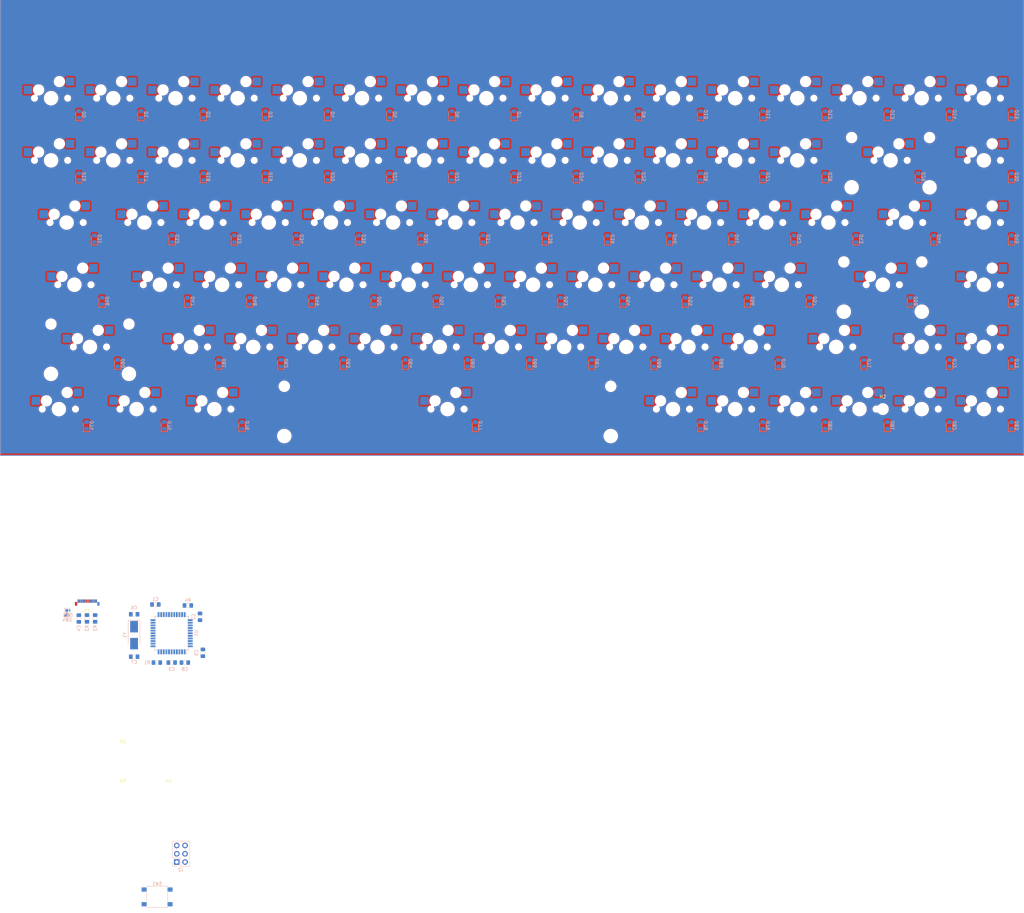
<source format=kicad_pcb>
(kicad_pcb (version 20241229) (generator "pcbnew") (generator_version "9.0")
  (layers (0 "F.Cu" mixed) (2 "B.Cu" jumper) (13 "F.Paste" user) (15 "B.Paste" user) (5 "F.SilkS" user "F.Silkscreen") (7 "B.SilkS" user "B.Silkscreen") (1 "F.Mask" user) (3 "B.Mask" user) (25 "Edge.Cuts" user))
  (net 0 "")
  (net 1 "GND")
  (net 2 "VCC")
  (net 3 "/Reset")
  (net 4 "/Row_0")
  (net 5 "/Row_1")
  (net 6 "/Row_2")
  (net 7 "/Row_3")
  (net 8 "/Row_4")
  (net 9 "/Row_5")
  (net 10 "/Row_6")
  (net 11 "/Col_0")
  (net 12 "/Col_1")
  (net 13 "/Col_2")
  (net 14 "/Col_3")
  (net 15 "/Col_4")
  (net 16 "/Col_5")
  (net 17 "/Col_6")
  (net 18 "/Col_7")
  (net 19 "/Col_8")
  (net 20 "/Col_9")
  (net 21 "/Col_10")
  (net 22 "/Col_11")
  (net 23 "/Col_12")
  (net 24 "/Col_13")
  (net 25 "/Col_14")
  (net 26 "/Col_15")
  (net 27 "/Col_16")
  (net 28 "/Col_17")
  (net 29 "Net-(D0-A)")
  (net 30 "Net-(D1-A)")
  (net 31 "Net-(D2-A)")
  (net 32 "Net-(D3-A)")
  (net 33 "Net-(D4-A)")
  (net 34 "Net-(D5-A)")
  (net 35 "Net-(D6-A)")
  (net 36 "Net-(D7-A)")
  (net 37 "Net-(D8-A)")
  (net 38 "Net-(D9-A)")
  (net 39 "Net-(D10-A)")
  (net 40 "Net-(D11-A)")
  (net 41 "Net-(D12-A)")
  (net 42 "Net-(D13-A)")
  (net 43 "Net-(D14-A)")
  (net 44 "Net-(D15-A)")
  (net 45 "Net-(D16-A)")
  (net 46 "Net-(D17-A)")
  (net 47 "Net-(D18-A)")
  (net 48 "Net-(D19-A)")
  (net 49 "Net-(D20-A)")
  (net 50 "Net-(D21-A)")
  (net 51 "Net-(D22-A)")
  (net 52 "Net-(D23-A)")
  (net 53 "Net-(D24-A)")
  (net 54 "Net-(D25-A)")
  (net 55 "Net-(D26-A)")
  (net 56 "Net-(D27-A)")
  (net 57 "Net-(D28-A)")
  (net 58 "Net-(D29-A)")
  (net 59 "Net-(D30-A)")
  (net 60 "Net-(D31-A)")
  (net 61 "Net-(D32-A)")
  (net 62 "Net-(D33-A)")
  (net 63 "Net-(D34-A)")
  (net 64 "Net-(D35-A)")
  (net 65 "Net-(D36-A)")
  (net 66 "Net-(D37-A)")
  (net 67 "Net-(D38-A)")
  (net 68 "Net-(D39-A)")
  (net 69 "Net-(D40-A)")
  (net 70 "Net-(D41-A)")
  (net 71 "Net-(D42-A)")
  (net 72 "Net-(D43-A)")
  (net 73 "Net-(D44-A)")
  (net 74 "Net-(D45-A)")
  (net 75 "Net-(D46-A)")
  (net 76 "Net-(D47-A)")
  (net 77 "Net-(D48-A)")
  (net 78 "Net-(D49-A)")
  (net 79 "Net-(D50-A)")
  (net 80 "Net-(D51-A)")
  (net 81 "Net-(D52-A)")
  (net 82 "Net-(D53-A)")
  (net 83 "Net-(D54-A)")
  (net 84 "Net-(D55-A)")
  (net 85 "Net-(D56-A)")
  (net 86 "Net-(D57-A)")
  (net 87 "Net-(D58-A)")
  (net 88 "Net-(D59-A)")
  (net 89 "Net-(D60-A)")
  (net 90 "Net-(D61-A)")
  (net 91 "Net-(D62-A)")
  (net 92 "Net-(D63-A)")
  (net 93 "Net-(D64-A)")
  (net 94 "Net-(D65-A)")
  (net 95 "Net-(D66-A)")
  (net 96 "Net-(D67-A)")
  (net 97 "Net-(D68-A)")
  (net 98 "Net-(D69-A)")
  (net 99 "Net-(D70-A)")
  (net 100 "Net-(D71-A)")
  (net 101 "Net-(D72-A)")
  (net 102 "Net-(D73-A)")
  (net 103 "Net-(D74-A)")
  (net 104 "Net-(D75-A)")
  (net 105 "Net-(D76-A)")
  (net 106 "Net-(D77-A)")
  (net 107 "Net-(D78-A)")
  (net 108 "Net-(D79-A)")
  (net 109 "Net-(D80-A)")
  (net 110 "Net-(D81-A)")
  (net 111 "Net-(D82-A)")
  (net 112 "Net-(D83-A)")
  (net 113 "Net-(P1-D-)")
  (net 114 "Net-(P1-D+)")
  (net 116 "Net-(U1-XTAL1)")
  (net 117 "Net-(U1-XTAL2)")
  (net 118 "Net-(U1-UCAP)")
  (net 119 "Net-(U1-D+)")
  (net 120 "Net-(U1-D-)")
  (net 121 "Net-(U1-~{HWB}{slash}PE2)")
  (net 123 "Net-(D84-K)")
  (footprint "MountingHole:MountingHole_3.2mm_M3_DIN965" (layer "F.Cu") (at 304.8 123.825)
    (property "Reference" "H2")
    (property "Value" "MountingHole")
  )
  (footprint "MountingHole:MountingHole_3.2mm_M3_DIN965" (layer "F.Cu") (at 71.96 241.5)
    (property "Reference" "H3")
    (property "Value" "MountingHole")
  )
  (footprint "MountingHole:MountingHole_3.2mm_M3_DIN965" (layer "F.Cu") (at 85.96 241.5)
    (property "Reference" "H4")
    (property "Value" "MountingHole")
  )
  (footprint "MountingHole:MountingHole_3.2mm_M3_DIN965" (layer "F.Cu") (at 71.96 229.5)
    (property "Reference" "H1")
    (property "Value" "MountingHole")
  )
  (footprint "Connector_USB:USB_C_Plug_Molex_105444" (layer "F.Cu") (at 61.08 182.595)
    (property "Reference" "P1")
    (property "Value" "USB_C_Plug_USB2.0")
  )
  (footprint "MX_Hotswap:MX-Hotswap-1U" (layer "B.Cu") (at 50 28.575 180)
    (property "Reference" "K0")
    (property "Value" "Esc")
  )
  (footprint "Capacitor_SMD:C_0805_2012Metric_Pad1.15x1.40mm_HandSolder" (layer "B.Cu") (at 81.95 183.675 180)
    (property "Reference" "C1")
    (property "Value" "0.1u")
  )
  (footprint "Capacitor_SMD:C_0805_2012Metric_Pad1.15x1.40mm_HandSolder" (layer "B.Cu") (at 95.625 187.45 -90)
    (property "Reference" "C2")
    (property "Value" "0.1u")
  )
  (footprint "Capacitor_SMD:C_0805_2012Metric_Pad1.15x1.40mm_HandSolder" (layer "B.Cu") (at 86.95 201.475 180)
    (property "Reference" "C3")
    (property "Value" "0.1u")
  )
  (footprint "Capacitor_SMD:C_0805_2012Metric_Pad1.15x1.40mm_HandSolder" (layer "B.Cu") (at 58.5 187.975 -90)
    (property "Reference" "C4")
    (property "Value" "0.1u")
  )
  (footprint "Capacitor_SMD:C_0805_2012Metric_Pad1.15x1.40mm_HandSolder" (layer "B.Cu") (at 96.5 198.475 90)
    (property "Reference" "C5")
    (property "Value" "4.7u")
  )
  (footprint "Capacitor_SMD:C_0805_2012Metric_Pad1.15x1.40mm_HandSolder" (layer "B.Cu") (at 75.45 186.675)
    (property "Reference" "C6")
    (property "Value" "22p")
  )
  (footprint "Capacitor_SMD:C_0805_2012Metric_Pad1.15x1.40mm_HandSolder" (layer "B.Cu") (at 75.45 199.675)
    (property "Reference" "C7")
    (property "Value" "22p")
  )
  (footprint "Capacitor_SMD:C_0805_2012Metric_Pad1.15x1.40mm_HandSolder" (layer "B.Cu") (at 90.975 201.475)
    (property "Reference" "C8")
    (property "Value" "1u")
  )
  (footprint "Resistor_SMD:R_0805_2012Metric_Pad1.15x1.40mm_HandSolder" (layer "B.Cu") (at 82.4 201.475)
    (property "Reference" "R1")
    (property "Value" "10k")
  )
  (footprint "Resistor_SMD:R_0805_2012Metric_Pad1.15x1.40mm_HandSolder" (layer "B.Cu") (at 63.5 187.95 90)
    (property "Reference" "R2")
    (property "Value" "22R")
  )
  (footprint "Resistor_SMD:R_0805_2012Metric_Pad1.15x1.40mm_HandSolder" (layer "B.Cu") (at 61 187.95 90)
    (property "Reference" "R3")
    (property "Value" "22R")
  )
  (footprint "Resistor_SMD:R_0805_2012Metric_Pad1.15x1.40mm_HandSolder" (layer "B.Cu") (at 91.9 183.975 180)
    (property "Reference" "R4")
    (property "Value" "10k")
  )
  (footprint "Button_Switch_SMD:SW_Push_1P1T_NO_6x6mm_H9.5mm" (layer "B.Cu") (at 82.475 273.25 180)
    (property "Reference" "SW1")
    (property "Value" "Reset_SW")
  )
  (footprint "Crystal:Crystal_SMD_5032-2Pin_5.0x3.2mm_HandSoldering" (layer "B.Cu") (at 75.425 193.075 -90)
    (property "Reference" "Y1")
    (property "Value" "Crystal")
  )
  (footprint "Package_QFP:TQFP-44_10x10mm_P0.8mm" (layer "B.Cu") (at 86.925 192.475 90)
    (property "Reference" "U1")
    (property "Value" "ATmega32U4-AU")
  )
  (footprint "Connector_PinHeader_2.54mm:PinHeader_2x03_P2.54mm_Vertical" (layer "B.Cu") (at 88.5 262.58)
    (property "Reference" "J2")
    (property "Value" "Conn_02x03_Odd_Even")
  )
  (footprint "MX_Hotswap:MX-Hotswap-1U" (layer "B.Cu") (at 278.6 123.825 180)
    (property "Reference" "K80")
    (property "Value" "Ctrl")
  )
  (footprint "Diode_SMD:D_0805_2012Metric_Pad1.15x1.40mm_HandSolder" (layer "B.Cu") (at 282.3375 90.725 90)
    (property "Reference" "D57")
    (property "Value" "D")
  )
  (footprint "Diode_SMD:D_0805_2012Metric_Pad1.15x1.40mm_HandSolder" (layer "B.Cu") (at 344.25 33.575 90)
    (property "Reference" "D15")
    (property "Value" "D")
  )
  (footprint "MX_Hotswap:MX-Hotswap-1U" (layer "B.Cu") (at 135.725 66.675 180)
    (property "Reference" "K35")
    (property "Value" "R")
  )
  (footprint "Diode_SMD:D_0805_2012Metric_Pad1.15x1.40mm_HandSolder" (layer "B.Cu") (at 344.25 109.775 90)
    (property "Reference" "D73")
    (property "Value" "D")
  )
  (footprint "MX_Hotswap:MX-Hotswap-1U" (layer "B.Cu") (at 278.6 47.625 180)
    (property "Reference" "K28")
    (property "Value" "+,=")
  )
  (footprint "MX_Hotswap:MX-Hotswap-1U" (layer "B.Cu") (at 240.5 123.825 180)
    (property "Reference" "K78")
    (property "Value" "Alt")
  )
  (footprint "MX_Hotswap:MX-Hotswap-1U" (layer "B.Cu") (at 240.5 28.575 180)
    (property "Reference" "K10")
    (property "Value" "F10")
  )
  (footprint "Diode_SMD:D_0805_2012Metric_Pad1.15x1.40mm_HandSolder" (layer "B.Cu") (at 253.7625 109.775 90)
    (property "Reference" "D69")
    (property "Value" "D")
  )
  (footprint "Diode_SMD:D_0805_2012Metric_Pad1.15x1.40mm_HandSolder" (layer "B.Cu") (at 129.9375 90.725 90)
    (property "Reference" "D49")
    (property "Value" "D")
  )
  (footprint "Diode_SMD:D_0805_2012Metric_Pad1.15x1.40mm_HandSolder" (layer "B.Cu") (at 344.25 90.725 90)
    (property "Reference" "D59")
    (property "Value" "D")
  )
  (footprint "MX_Hotswap:MX-Hotswap-1U" (layer "B.Cu") (at 278.6 28.575 180)
    (property "Reference" "K12")
    (property "Value" "F12")
  )
  (footprint "MX_Hotswap:MX-Hotswap-1U" (layer "B.Cu") (at 207.1625 104.775 180)
    (property "Reference" "K67")
    (property "Value" "M")
  )
  (footprint "MX_Hotswap:MX-Hotswap-1U" (layer "B.Cu") (at 254.7875 85.725 180)
    (property "Reference" "K56")
    (property "Value" ":,;")
  )
  (footprint "Diode_SMD:D_0805_2012Metric_Pad1.15x1.40mm_HandSolder" (layer "B.Cu") (at 187.0875 90.725 90)
    (property "Reference" "D52")
    (property "Value" "D")
  )
  (footprint "Diode_SMD:D_0805_2012Metric_Pad1.15x1.40mm_HandSolder" (layer "B.Cu") (at 320.4375 71.675 90)
    (property "Reference" "D44")
    (property "Value" "D")
  )
  (footprint "MX_Hotswap:MX-Hotswap-1U" (layer "B.Cu") (at 216.6875 85.725 180)
    (property "Reference" "K54")
    (property "Value" "K")
  )
  (footprint "MX_Hotswap:MX-Hotswap-1U" (layer "B.Cu") (at 188.1125 104.775 180)
    (property "Reference" "K66")
    (property "Value" "N")
  )
  (footprint "Diode_SMD:D_0805_2012Metric_Pad1.15x1.40mm_HandSolder" (layer "B.Cu") (at 210.9 33.575 90)
    (property "Reference" "D8")
    (property "Value" "D")
  )
  (footprint "MX_Hotswap:MX-Hotswap-1U" (layer "B.Cu") (at 192.875 66.675 180)
    (property "Reference" "K38")
    (property "Value" "U")
  )
  (footprint "MX_Hotswap:MX-Hotswap-1U" (layer "B.Cu") (at 202.4 28.575 180)
    (property "Reference" "K8")
    (property "Value" "F8")
  )
  (footprint "Diode_SMD:D_0805_2012Metric_Pad1.15x1.40mm_HandSolder" (layer "B.Cu") (at 268.05 128.824999 90)
    (property "Reference" "D79")
    (property "Value" "D")
  )
  (footprint "Diode_SMD:D_0805_2012Metric_Pad1.15x1.40mm_HandSolder" (layer "B.Cu") (at 87.075 71.675 90)
    (property "Reference" "D32")
    (property "Value" "D")
  )
  (footprint "MX_Hotswap:MX-Hotswap-1U" (layer "B.Cu") (at 183.35 28.575 180)
    (property "Reference" "K7")
    (property "Value" "F7")
  )
  (footprint "Diode_SMD:D_0805_2012Metric_Pad1.15x1.40mm_HandSolder" (layer "B.Cu") (at 134.7 33.575 90)
    (property "Reference" "D4")
    (property "Value" "D")
  )
  (footprint "MX_Hotswap:MX-Hotswap-1U" (layer "B.Cu") (at 145.25 47.625 180)
    (property "Reference" "K21")
    (property "Value" "%,5")
  )
  (footprint "Diode_SMD:D_0805_2012Metric_Pad1.15x1.40mm_HandSolder" (layer "B.Cu") (at 306.15 33.575 90)
    (property "Reference" "D13")
    (property "Value" "D")
  )
  (footprint "MX_Hotswap:MX-Hotswap-1U" (layer "B.Cu") (at 116.675 66.675 180)
    (property "Reference" "K34")
    (property "Value" "E")
  )
  (footprint "Diode_SMD:D_0805_2012Metric_Pad1.15x1.40mm_HandSolder" (layer "B.Cu") (at 287.1 128.824999 90)
    (property "Reference" "D80")
    (property "Value" "D")
  )
  (footprint "MX_Hotswap:MX-Hotswap-1U" (layer "B.Cu") (at 183.35 47.625 180)
    (property "Reference" "K23")
    (property "Value" "&,7")
  )
  (footprint "Diode_SMD:D_0805_2012Metric_Pad1.15x1.40mm_HandSolder" (layer "B.Cu") (at 120.4125 109.775 90)
    (property "Reference" "D62")
    (property "Value" "D")
  )
  (footprint "MX_Hotswap:MX-Hotswap-1U" (layer "B.Cu") (at 69.05 28.575 180)
    (property "Reference" "K1")
    (property "Value" "F1")
  )
  (footprint "Diode_SMD:D_0805_2012Metric_Pad1.15x1.40mm_HandSolder" (layer "B.Cu") (at 220.425 71.675 90)
    (property "Reference" "D39")
    (property "Value" "D")
  )
  (footprint "MX_Hotswap:MX-Hotswap-1U" (layer "B.Cu") (at 50 47.625 180)
    (property "Reference" "K16")
    (property "Value" "~~,`")
  )
  (footprint "MX_Hotswap:MX-Hotswap-1U" (layer "B.Cu") (at 169.0625 104.775 180)
    (property "Reference" "K65")
    (property "Value" "B")
  )
  (footprint "MX_Hotswap:MX-Hotswap-1U" (layer "B.Cu") (at 130.9625 104.775 180)
    (property "Reference" "K63")
    (property "Value" "C")
  )
  (footprint "MX_Hotswap:MX-Hotswap-1U" (layer "B.Cu") (at 145.25 28.575 180)
    (property "Reference" "K5")
    (property "Value" "F5")
  )
  (footprint "MX_Hotswap:MX-Hotswap-1U" (layer "B.Cu") (at 288.125 66.675 180)
    (property "Reference" "K43")
    (property "Value" "},]")
  )
  (footprint "MX_Hotswap:MX-Hotswap-1U" (layer "B.Cu") (at 297.65 28.575 180)
    (property "Reference" "K13")
    (property "Value" "PrtSc,NmLk")
  )
  (footprint "MX_Hotswap:MX-Hotswap-1U" (layer "B.Cu") (at 273.8375 85.725 180)
    (property "Reference" "K57")
    (property "Value" "\",'")
  )
  (footprint "MX_Hotswap:MX-Hotswap-1U" (layer "B.Cu") (at 78.575 66.675 180)
    (property "Reference" "K32")
    (property "Value" "Q")
  )
  (footprint "Diode_SMD:D_0805_2012Metric_Pad1.15x1.40mm_HandSolder" (layer "B.Cu") (at 268.05 52.625 90)
    (property "Reference" "D27")
    (property "Value" "D")
  )
  (footprint "Diode_SMD:D_0805_2012Metric_Pad1.15x1.40mm_HandSolder" (layer "B.Cu") (at 101.3625 109.775 90)
    (property "Reference" "D61")
    (property "Value" "D")
  )
  (footprint "MX_Hotswap:MX-Hotswap-1U" (layer "B.Cu") (at 178.5875 85.725 180)
    (property "Reference" "K52")
    (property "Value" "H")
  )
  (footprint "Diode_SMD:D_0805_2012Metric_Pad1.15x1.40mm_HandSolder" (layer "B.Cu") (at 115.65 52.625 90)
    (property "Reference" "D19")
    (property "Value" "D")
  )
  (footprint "MX_Hotswap:MX-Hotswap-1U" (layer "B.Cu") (at 164.3 47.625 180)
    (property "Reference" "K22")
    (property "Value" "^,6")
  )
  (footprint "Diode_SMD:D_0805_2012Metric_Pad1.15x1.40mm_HandSolder" (layer "B.Cu") (at 172.8 52.625 90)
    (property "Reference" "D22")
    (property "Value" "D")
  )
  (footprint "MX_Hotswap:MX-Hotswap-1U" (layer "B.Cu") (at 211.925 66.675 180)
    (property "Reference" "K39")
    (property "Value" "I")
  )
  (footprint "Diode_SMD:D_0805_2012Metric_Pad1.15x1.40mm_HandSolder" (layer "B.Cu") (at 313.2938 90.725 90)
    (property "Reference" "D58")
    (property "Value" "D")
  )
  (footprint "Diode_SMD:D_0805_2012Metric_Pad1.15x1.40mm_HandSolder" (layer "B.Cu") (at 344.25 71.675 90)
    (property "Reference" "D45")
    (property "Value" "D")
  )
  (footprint "Diode_SMD:D_0805_2012Metric_Pad1.15x1.40mm_HandSolder" (layer "B.Cu") (at 244.2375 90.725 90)
    (property "Reference" "D55")
    (property "Value" "D")
  )
  (footprint "MX_Hotswap:MX-Hotswap-1U" (layer "B.Cu") (at 245.2625 104.775 180)
    (property "Reference" "K69")
    (property "Value" ">,.")
  )
  (footprint "MX_Hotswap:MX-Hotswap-1.5U" (layer "B.Cu") (at 311.9375 66.675 180)
    (property "Reference" "K44")
    (property "Value" "|,\\")
  )
  (footprint "Diode_SMD:D_0805_2012Metric_Pad1.15x1.40mm_HandSolder" (layer "B.Cu") (at 263.2875 90.725 90)
    (property "Reference" "D56")
    (property "Value" "D")
  )
  (footprint "Diode_SMD:D_0805_2012Metric_Pad1.15x1.40mm_HandSolder" (layer "B.Cu") (at 153.75 33.575 90)
    (property "Reference" "D5")
    (property "Value" "D")
  )
  (footprint "MX_Hotswap:MX-Hotswap-1.25U" (layer "B.Cu") (at 76.1937 123.825 180)
    (property "Reference" "K75")
    (property "Value" "Win")
  )
  (footprint "MX_Hotswap:MX-Hotswap-1U" (layer "B.Cu") (at 316.7 104.775 180)
    (property "Reference" "K72")
    (property "Value" "↑")
  )
  (footprint "Diode_SMD:D_0805_2012Metric_Pad1.15x1.40mm_HandSolder" (layer "B.Cu") (at 268.05 33.575 90)
    (property "Reference" "D11")
    (property "Value" "D")
  )
  (footprint "Diode_SMD:D_0805_2012Metric_Pad1.15x1.40mm_HandSolder" (layer "B.Cu") (at 234.7125 109.775 90)
    (property "Reference" "D68")
    (property "Value" "D")
  )
  (footprint "Diode_SMD:Nexperia_DSN1608-2_1.6x0.8mm" (layer "B.Cu") (at 55.13 185.475)
    (property "Reference" "D85")
    (property "Value" "PTVS5V0Z1USK")
  )
  (footprint "MX_Hotswap:MX-Hotswap-1U" (layer "B.Cu") (at 316.7 28.575 180)
    (property "Reference" "K14")
    (property "Value" "Pause,ScrLk")
  )
  (footprint "Diode_SMD:D_0805_2012Metric_Pad1.15x1.40mm_HandSolder" (layer "B.Cu") (at 215.6625 109.775 90)
    (property "Reference" "D67")
    (property "Value" "D")
  )
  (footprint "Diode_SMD:D_0805_2012Metric_Pad1.15x1.40mm_HandSolder" (layer "B.Cu") (at 258.524999 71.675 90)
    (property "Reference" "D41")
    (property "Value" "D")
  )
  (footprint "MX_Hotswap:MX-Hotswap-1U" (layer "B.Cu") (at 259.55 47.625 180)
    (property "Reference" "K27")
    (property "Value" "_,-")
  )
  (footprint "Diode_SMD:D_0805_2012Metric_Pad1.15x1.40mm_HandSolder" (layer "B.Cu") (at 179.9438 128.824999 90)
    (property "Reference" "D77")
    (property "Value" "D")
  )
  (footprint "Diode_SMD:D_0805_2012Metric_Pad1.15x1.40mm_HandSolder" (layer "B.Cu") (at 249 33.575 90)
    (property "Reference" "D10")
    (property "Value" "D")
  )
  (footprint "Diode_SMD:D_0805_2012Metric_Pad1.15x1.40mm_HandSolder" (layer "B.Cu") (at 315.674999 52.625 90)
    (property "Reference" "D29")
    (property "Value" "D")
  )
  (footprint "MX_Hotswap:MX-Hotswap-1U" (layer "B.Cu") (at 235.7375 85.725 180)
    (property "Reference" "K55")
    (property "Value" "L")
  )
  (footprint "MX_Hotswap:MX-Hotswap-1U" (layer "B.Cu") (at 102.3875 85.725 180)
    (property "Reference" "K48")
    (property "Value" "S")
  )
  (footprint "MX_Hotswap:MX-Hotswap-1U" (layer "B.Cu") (at 259.55 28.575 180)
    (property "Reference" "K11")
    (property "Value" "F11")
  )
  (footprint "MX_Hotswap:MX-Hotswap-1U" (layer "B.Cu") (at 230.975 66.675 180)
    (property "Reference" "K40")
    (property "Value" "O")
  )
  (footprint "Diode_SMD:D_0805_2012Metric_Pad1.15x1.40mm_HandSolder" (layer "B.Cu") (at 277.575 71.675 90)
    (property "Reference" "D42")
    (property "Value" "D")
  )
  (footprint "Diode_SMD:D_0805_2012Metric_Pad1.15x1.40mm_HandSolder" (layer "B.Cu") (at 96.6 33.575 90)
    (property "Reference" "D2")
    (property "Value" "D")
  )
  (footprint "MX_Hotswap:MX-Hotswap-1U" (layer "B.Cu") (at 335.75 28.575 180)
    (property "Reference" "K15")
    (property "Value" "Delete,Insert")
  )
  (footprint "MX_Hotswap:MX-Hotswap-1.25U" (layer "B.Cu") (at 52.3812 123.825 180)
    (property "Reference" "K74")
    (property "Value" "Ctrl")
  )
  (footprint "Diode_SMD:D_0805_2012Metric_Pad1.15x1.40mm_HandSolder" (layer "B.Cu") (at 325.2 109.775 90)
    (property "Reference" "D72")
    (property "Value" "D")
  )
  (footprint "MX_Hotswap:MX-Hotswap-1U" (layer "B.Cu") (at 335.75 66.675 180)
    (property "Reference" "K45")
    (property "Value" "Page Up")
  )
  (footprint "Diode_SMD:D_0805_2012Metric_Pad1.15x1.40mm_HandSolder" (layer "B.Cu") (at 63.2625 71.675 90)
    (property "Reference" "D31")
    (property "Value" "D")
  )
  (footprint "Diode_SMD:D_0805_2012Metric_Pad1.15x1.40mm_HandSolder" (layer "B.Cu") (at 249 128.824999 90)
    (property "Reference" "D78")
    (property "Value" "D")
  )
  (footprint "MX_Hotswap:MX-Hotswap-1U" (layer "B.Cu") (at 173.825 66.675 180)
    (property "Reference" "K37")
    (property "Value" "Y")
  )
  (footprint "MX_Hotswap:MX-Hotswap-6.25U" (layer "B.Cu") (at 171.4438 123.825 180)
    (property "Reference" "K77")
    (property "Value" "Space")
  )
  (footprint "Diode_SMD:D_0805_2012Metric_Pad1.15x1.40mm_HandSolder" (layer "B.Cu") (at 206.1375 90.725 90)
    (property "Reference" "D53")
    (property "Value" "D")
  )
  (footprint "Diode_SMD:D_0805_2012Metric_Pad1.15x1.40mm_HandSolder" (layer "B.Cu") (at 77.55 33.575 90)
    (property "Reference" "D1")
    (property "Value" "D")
  )
  (footprint "Diode_SMD:D_0805_2012Metric_Pad1.15x1.40mm_HandSolder" (layer "B.Cu") (at 306.15 128.824999 90)
    (property "Reference" "D81")
    (property "Value" "D")
  )
  (footprint "Diode_SMD:D_0805_2012Metric_Pad1.15x1.40mm_HandSolder" (layer "B.Cu") (at 115.65 33.575 90)
    (property "Reference" "D3")
    (property "Value" "D")
  )
  (footprint "MX_Hotswap:MX-Hotswap-1U" (layer "B.Cu") (at 240.5 47.625 180)
    (property "Reference" "K26")
    (property "Value" "),0")
  )
  (footprint "MX_Hotswap:MX-Hotswap-1U" (layer "B.Cu") (at 335.75 104.775 180)
    (property "Reference" "K73")
    (property "Value" "End")
  )
  (footprint "Diode_SMD:D_0805_2012Metric_Pad1.15x1.40mm_HandSolder" (layer "B.Cu") (at 191.85 52.625 90)
    (property "Reference" "D23")
    (property "Value" "D")
  )
  (footprint "MX_Hotswap:MX-Hotswap-1U" (layer "B.Cu") (at 259.55 123.825 180)
    (property "Reference" "K79")
    (property "Value" "Fn")
  )
  (footprint "MX_Hotswap:MX-Hotswap-1U" (layer "B.Cu") (at 226.2125 104.775 180)
    (property "Reference" "K68")
    (property "Value" "<,,")
  )
  (footprint "Diode_SMD:D_0805_2012Metric_Pad1.15x1.40mm_HandSolder" (layer "B.Cu") (at 91.8375 90.725 90)
    (property "Reference" "D47")
    (property "Value" "D")
  )
  (footprint "Diode_SMD:D_0805_2012Metric_Pad1.15x1.40mm_HandSolder" (layer "B.Cu") (at 70.4063 109.775 90)
    (property "Reference" "D60")
    (property "Value" "D")
  )
  (footprint "Diode_SMD:D_0805_2012Metric_Pad1.15x1.40mm_HandSolder" (layer "B.Cu") (at 139.4625 109.775 90)
    (property "Reference" "D63")
    (property "Value" "D")
  )
  (footprint "MX_Hotswap:MX-Hotswap-1U" (layer "B.Cu") (at 88.1 28.575 180)
    (property "Reference" "K2")
    (property "Value" "F2")
  )
  (footprint "MX_Hotswap:MX-Hotswap-1.25U" (layer "B.Cu") (at 100.0062 123.825 180)
    (property "Reference" "K76")
    (property "Value" "Alt")
  )
  (footprint "Diode_SMD:D_0805_2012Metric_Pad1.15x1.40mm_HandSolder" (layer "B.Cu") (at 272.8125 109.775 90)
    (property "Reference" "D70")
    (property "Value" "D")
  )
  (footprint "MX_Hotswap:MX-Hotswap-2.25U" (layer "B.Cu") (at 61.9063 104.775 180)
    (property "Reference" "K60")
    (property "Value" "Shift")
  )
  (footprint "Diode_SMD:D_0805_2012Metric_Pad1.15x1.40mm_HandSolder" (layer "B.Cu") (at 77.55 52.625 90)
    (property "Reference" "D17")
    (property "Value" "D")
  )
  (footprint "Diode_SMD:D_0805_2012Metric_Pad1.15x1.40mm_HandSolder" (layer "B.Cu") (at 225.1875 90.725 90)
    (property "Reference" "D54")
    (property "Value" "D")
  )
  (footprint "Diode_SMD:D_0805_2012Metric_Pad1.15x1.40mm_HandSolder" (layer "B.Cu") (at 296.625 71.675 90)
    (property "Reference" "D43")
    (property "Value" "D")
  )
  (footprint "Diode_SMD:D_0805_2012Metric_Pad1.15x1.40mm_HandSolder" (layer "B.Cu") (at 58.5 52.625 90)
    (property "Reference" "D16")
    (property "Value" "D")
  )
  (footprint "MX_Hotswap:MX-Hotswap-1U" (layer "B.Cu") (at 150.0125 104.775 180)
    (property "Reference" "K64")
    (property "Value" "V")
  )
  (footprint "Diode_SMD:D_0805_2012Metric_Pad1.15x1.40mm_HandSolder" (layer "B.Cu") (at 125.175 71.675 90)
    (property "Reference" "D34")
    (property "Value" "D")
  )
  (footprint "MX_Hotswap:MX-Hotswap-1U" (layer "B.Cu") (at 140.4875 85.725 180)
    (property "Reference" "K50")
    (property "Value" "F")
  )
  (footprint "Diode_SMD:D_0805_2012Metric_Pad1.15x1.40mm_HandSolder" (layer "B.Cu") (at 153.75 52.625 90)
    (property "Reference" "D21")
    (property "Value" "D")
  )
  (footprint "MX_Hotswap:MX-Hotswap-1U" (layer "B.Cu") (at 164.3 28.575 180)
    (property "Reference" "K6")
    (property "Value" "F6")
  )
  (footprint "MX_Hotswap:MX-Hotswap-1U" (layer "B.Cu") (at 202.4 47.625 180)
    (property "Reference" "K24")
    (property "Value" "*,8")
  )
  (footprint "Diode_SMD:D_0805_2012Metric_Pad1.15x1.40mm_HandSolder" (layer "B.Cu") (at 148.9875 90.725 90)
    (property "Reference" "D50")
    (property "Value" "D")
  )
  (footprint "Diode_SMD:D_0805_2012Metric_Pad1.15x1.40mm_HandSolder" (layer "B.Cu") (at 344.25 52.625 90)
    (property "Reference" "D30")
    (property "Value" "D")
  )
  (footprint "MX_Hotswap:MX-Hotswap-1U" (layer "B.Cu") (at 335.75 47.625 180)
    (property "Reference" "K30")
    (property "Value" "Home")
  )
  (footprint "MX_Hotswap:MX-Hotswap-1U" (layer "B.Cu") (at 83.3375 85.725 180)
    (property "Reference" "K47")
    (property "Value" "A")
  )
  (footprint "Diode_SMD:D_0805_2012Metric_Pad1.15x1.40mm_HandSolder" (layer "B.Cu") (at 163.275 71.675 90)
    (property "Reference" "D36")
    (property "Value" "D")
  )
  (footprint "MX_Hotswap:MX-Hotswap-1U" (layer "B.Cu") (at 154.775 66.675 180)
    (property "Reference" "K36")
    (property "Value" "T")
  )
  (footprint "Diode_SMD:D_0805_2012Metric_Pad1.15x1.40mm_HandSolder" (layer "B.Cu") (at 108.5062 128.824999 90)
    (property "Reference" "D76")
    (property "Value" "D")
  )
  (footprint "MX_Hotswap:MX-Hotswap-1U" (layer "B.Cu") (at 121.4375 85.725 180)
    (property "Reference" "K49")
    (property "Value" "D")
  )
  (footprint "Diode_SMD:D_0805_2012Metric_Pad1.15x1.40mm_HandSolder" (layer "B.Cu") (at 84.6937 128.824999 90)
    (property "Reference" "D75")
    (property "Value" "D")
  )
  (footprint "Diode_SMD:D_0805_2012Metric_Pad1.15x1.40mm_HandSolder" (layer "B.Cu") (at 182.325 71.675 90)
    (property "Reference" "D37")
    (property "Value" "D")
  )
  (footprint "Diode_SMD:D_0805_2012Metric_Pad1.15x1.40mm_HandSolder" (layer "B.Cu") (at 58.5 33.575 90)
    (property "Reference" "D0")
    (property "Value" "D")
  )
  (footprint "MX_Hotswap:MX-Hotswap-1U" (layer "B.Cu") (at 111.9125 104.775 180)
    (property "Reference" "K62")
    (property "Value" "X")
  )
  (footprint "MX_Hotswap:MX-Hotswap-1U" (layer "B.Cu") (at 107.15 28.575 180)
    (property "Reference" "K3")
    (property "Value" "F3")
  )
  (footprint "Diode_SMD:D_0805_2012Metric_Pad1.15x1.40mm_HandSolder" (layer "B.Cu") (at 96.6 52.625 90)
    (property "Reference" "D18")
    (property "Value" "D")
  )
  (footprint "Diode_SMD:D_0805_2012Metric_Pad1.15x1.40mm_HandSolder" (layer "B.Cu") (at 144.225 71.675 90)
    (property "Reference" "D35")
    (property "Value" "D")
  )
  (footprint "MX_Hotswap:MX-Hotswap-1U" (layer "B.Cu") (at 97.625 66.675 180)
    (property "Reference" "K33")
    (property "Value" "W")
  )
  (footprint "MX_Hotswap:MX-Hotswap-1U" (layer "B.Cu") (at 250.025 66.675 180)
    (property "Reference" "K41")
    (property "Value" "P")
  )
  (footprint "MX_Hotswap:MX-Hotswap-1U" (layer "B.Cu") (at 126.2 28.575 180)
    (property "Reference" "K4")
    (property "Value" "F4")
  )
  (footprint "Diode_SMD:D_0805_2012Metric_Pad1.15x1.40mm_HandSolder" (layer "B.Cu") (at 299.0062 109.775 90)
    (property "Reference" "D71")
    (property "Value" "D")
  )
  (footprint "Diode_SMD:D_0805_2012Metric_Pad1.15x1.40mm_HandSolder" (layer "B.Cu") (at 60.8812 128.824999 90)
    (property "Reference" "D74")
    (property "Value" "D")
  )
  (footprint "MX_Hotswap:MX-Hotswap-1U" (layer "B.Cu") (at 264.3125 104.775 180)
    (property "Reference" "K70")
    (property "Value" "?,/")
  )
  (footprint "MX_Hotswap:MX-Hotswap-1U" (layer "B.Cu") (at 221.45 28.575 180)
    (property "Reference" "K9")
    (property "Value" "F9")
  )
  (footprint "Diode_SMD:D_0805_2012Metric_Pad1.15x1.40mm_HandSolder" (layer "B.Cu") (at 344.25 128.824999 90)
    (property "Reference" "D83")
    (property "Value" "D")
  )
  (footprint "MX_Hotswap:MX-Hotswap-1.75U" (layer "B.Cu") (at 290.5062 104.775 180)
    (property "Reference" "K71")
    (property "Value" "Shift")
  )
  (footprint "Diode_SMD:D_0805_2012Metric_Pad1.15x1.40mm_HandSolder" (layer "B.Cu") (at 134.7 52.625 90)
    (property "Reference" "D20")
    (property "Value" "D")
  )
  (footprint "Diode_SMD:D_0805_2012Metric_Pad1.15x1.40mm_HandSolder" (layer "B.Cu") (at 325.2 128.824999 90)
    (property "Reference" "D82")
    (property "Value" "D")
  )
  (footprint "Diode_SMD:D_0805_2012Metric_Pad1.15x1.40mm_HandSolder" (layer "B.Cu") (at 106.125 71.675 90)
    (property "Reference" "D33")
    (property "Value" "D")
  )
  (footprint "Diode_SMD:D_0805_2012Metric_Pad1.15x1.40mm_HandSolder" (layer "B.Cu") (at 65.643699 90.725 90)
    (property "Reference" "D46")
    (property "Value" "D")
  )
  (footprint "MX_Hotswap:MX-Hotswap-1.75U" (layer "B.Cu") (at 57.1437 85.725 180)
    (property "Reference" "K46")
    (property "Value" "Caps Lock")
  )
  (footprint "MX_Hotswap:MX-Hotswap-2.25U" (layer "B.Cu") (at 304.7938 85.725 180)
    (property "Reference" "K58")
    (property "Value" "Enter")
  )
  (footprint "Diode_SMD:D_0805_2012Metric_Pad1.15x1.40mm_HandSolder" (layer "B.Cu") (at 239.475 71.675 90)
    (property "Reference" "D40")
    (property "Value" "D")
  )
  (footprint "Diode_SMD:D_0805_2012Metric_Pad1.15x1.40mm_HandSolder" (layer "B.Cu") (at 249 52.625 90)
    (property "Reference" "D26")
    (property "Value" "D")
  )
  (footprint "Diode_SMD:D_0805_2012Metric_Pad1.15x1.40mm_HandSolder" (layer "B.Cu") (at 201.375 71.675 90)
    (property "Reference" "D38")
    (property "Value" "D")
  )
  (footprint "Diode_SMD:D_0805_2012Metric_Pad1.15x1.40mm_HandSolder" (layer "B.Cu") (at 196.6125 109.775 90)
    (property "Reference" "D66")
    (property "Value" "D")
  )
  (footprint "MX_Hotswap:MX-Hotswap-1U" (layer "B.Cu") (at 107.15 47.625 180)
    (property "Reference" "K19")
    (property "Value" "#,3")
  )
  (footprint "Diode_SMD:D_0805_2012Metric_Pad1.15x1.40mm_HandSolder" (layer "B.Cu") (at 325.2 33.575 90)
    (property "Reference" "D14")
    (property "Value" "D")
  )
  (footprint "Diode_SMD:D_0805_2012Metric_Pad1.15x1.40mm_HandSolder" (layer "B.Cu") (at 158.5125 109.775 90)
    (property "Reference" "D64")
    (property "Value" "D")
  )
  (footprint "MX_Hotswap:MX-Hotswap-1U" (layer "B.Cu") (at 269.075 66.675 180)
    (property "Reference" "K42")
    (property "Value" "{,[")
  )
  (footprint "Diode_SMD:Nexperia_DSN1608-2_1.6x0.8mm" (layer "B.Cu") (at 54.9 186.975)
    (property "Reference" "D84")
    (property "Value" "PTVS5V0Z1USK")
  )
  (footprint "MX_Hotswap:MX-Hotswap-1U" (layer "B.Cu") (at 159.5375 85.725 180)
    (property "Reference" "K51")
    (property "Value" "G")
  )
  (footprint "Diode_SMD:D_0805_2012Metric_Pad1.15x1.40mm_HandSolder" (layer "B.Cu") (at 110.8875 90.725 90)
    (property "Reference" "D48")
    (property "Value" "D")
  )
  (footprint "MX_Hotswap:MX-Hotswap-1U" (layer "B.Cu") (at 297.65 123.825 180)
    (property "Reference" "K81")
    (property "Value" "←")
  )
  (footprint "Diode_SMD:D_0805_2012Metric_Pad1.15x1.40mm_HandSolder" (layer "B.Cu") (at 177.5625 109.775 90)
    (property "Reference" "D65")
    (property "Value" "D")
  )
  (footprint "Diode_SMD:D_0805_2012Metric_Pad1.15x1.40mm_HandSolder" (layer "B.Cu") (at 287.1 33.575 90)
    (property "Reference" "D12")
    (property "Value" "D")
  )
  (footprint "MX_Hotswap:MX-Hotswap-2U" (layer "B.Cu") (at 307.174999 47.625 180)
    (property "Reference" "K29")
    (property "Value" "Backspace")
  )
  (footprint "MX_Hotswap:MX-Hotswap-1U" (layer "B.Cu") (at 126.2 47.625 180)
    (property "Reference" "K20")
    (property "Value" "$,4")
  )
  (footprint "MX_Hotswap:MX-Hotswap-1U" (layer "B.Cu") (at 335.75 123.825 180)
    (property "Reference" "K83")
    (property "Value" "→")
  )
  (footprint "MX_Hotswap:MX-Hotswap-1U" (layer "B.Cu") (at 92.8625 104.775 180)
    (property "Reference" "K61")
    (property "Value" "Z")
  )
  (footprint "MX_Hotswap:MX-Hotswap-1U" (layer "B.Cu") (at 335.75 85.725 180)
    (property "Reference" "K59")
    (property "Value" "Page Down")
  )
  (footprint "MX_Hotswap:MX-Hotswap-1U" (layer "B.Cu") (at 221.45 47.625 180)
    (property "Reference" "K25")
    (property "Value" "(,9")
  )
  (footprint "Diode_SMD:D_0805_2012Metric_Pad1.15x1.40mm_HandSolder" (layer "B.Cu") (at 168.0375 90.725 90)
    (property "Reference" "D51")
    (property "Value" "D")
  )
  (footprint "MX_Hotswap:MX-Hotswap-1U" (layer "B.Cu") (at 69.05 47.625 180)
    (property "Reference" "K17")
    (property "Value" "!,1")
  )
  (footprint "Diode_SMD:D_0805_2012Metric_Pad1.15x1.40mm_HandSolder" (layer "B.Cu") (at 287.1 52.625 90)
    (property "Reference" "D28")
    (property "Value" "D")
  )
  (footprint "Diode_SMD:D_0805_2012Metric_Pad1.15x1.40mm_HandSolder" (layer "B.Cu") (at 210.9 52.625 90)
    (property "Reference" "D24")
    (property "Value" "D")
  )
  (footprint "MX_Hotswap:MX-Hotswap-1U" (layer "B.Cu") (at 316.7 123.825 180)
    (property "Reference" "K82")
    (property "Value" "↓")
  )
  (footprint "Diode_SMD:D_0805_2012Metric_Pad1.15x1.40mm_HandSolder" (layer "B.Cu") (at 229.95 33.575 90)
    (property "Reference" "D9")
    (property "Value" "D")
  )
  (footprint "Diode_SMD:D_0805_2012Metric_Pad1.15x1.40mm_HandSolder" (layer "B.Cu") (at 172.8 33.575 90)
    (property "Reference" "D6")
    (property "Value" "D")
  )
  (footprint "MX_Hotswap:MX-Hotswap-1.5U" (layer "B.Cu") (at 54.7625 66.675 180)
    (property "Reference" "K31")
    (property "Value" "Tab")
  )
  (footprint "MX_Hotswap:MX-Hotswap-1U" (layer "B.Cu") (at 197.6375 85.725 180)
    (property "Reference" "K53")
    (property "Value" "J")
  )
  (footprint "MX_Hotswap:MX-Hotswap-1U" (layer "B.Cu") (at 88.1 47.625 180)
    (property "Reference" "K18")
    (property "Value" "@,2")
  )
  (footprint "Diode_SMD:D_0805_2012Metric_Pad1.15x1.40mm_HandSolder" (layer "B.Cu") (at 191.85 33.575 90)
    (property "Reference" "D7")
    (property "Value" "D")
  )
  (footprint "Diode_SMD:D_0805_2012Metric_Pad1.15x1.40mm_HandSolder" (layer "B.Cu") (at 229.95 52.625 90)
    (property "Reference" "D25")
    (property "Value" "D")
  )
  (gr_line (start 347.95115 138.0001) (end 34.45115 138.0001) (stroke (width 0.2)) (layer "B.Cu") (net 11))
  (segment (start 54.845 185.475) (end 54.845 186.745) (width 0.25) (layer "B.Cu") (net 123))
  (segment (start 54.845 186.745) (end 54.615 186.975) (width 0.25) (layer "B.Cu") (net 123))
  (zone (net 1) (net_name "GND") (layers "F.Cu" "B.Cu") (connect_pads (clearance 0.508)) (min_thickness 0.25) (fill yes (thermal_gap 0.5) (thermal_bridge_width 0.5))
    (polygon (pts (xy 34.45115 -1.4999) (xy 347.95115 -1.4999) (xy 347.95115 138.0001) (xy 34.45115 138.0001)))
  )
)
</source>
